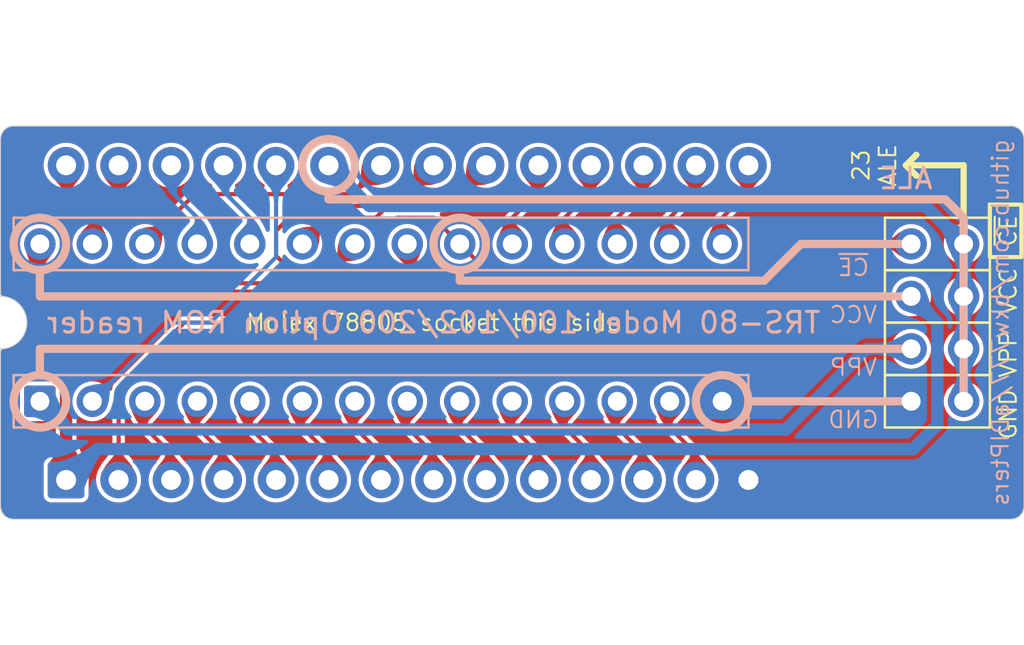
<source format=kicad_pcb>
(kicad_pcb (version 20221018) (generator pcbnew)
  (title_block (title "TRS-80 Model 100/102/200 Option ROM reader") (date "2022-12-01") (rev "004") (company "Brian K. White - b.kenyon.w@gmail.com") (comment 1 "CC-BY-SA") (comment 2 "github.com/bkw777/aDIPters"))
  (layers (0 "F.Cu" signal) (31 "B.Cu" signal) (34 "B.Paste" user) (35 "F.Paste" user) (36 "B.SilkS" user "B.Silkscreen") (37 "F.SilkS" user "F.Silkscreen") (38 "B.Mask" user) (39 "F.Mask" user) (44 "Edge.Cuts" user))
  (net 0 "")
  (net 1 "/D3")
  (net 2 "/A10")
  (net 3 "/D4")
  (net 4 "/A7")
  (net 5 "/D5")
  (net 6 "/A6")
  (net 7 "/D6")
  (net 8 "/A5")
  (net 9 "/D7")
  (net 10 "/A4")
  (net 11 "/A11")
  (net 12 "/A3")
  (net 13 "/~{OE}")
  (net 14 "/A2")
  (net 15 "/A13")
  (net 16 "/A1")
  (net 17 "/A0")
  (net 18 "/A12")
  (net 19 "/D0")
  (net 20 "/A9")
  (net 21 "/D1")
  (net 22 "/A8")
  (net 23 "/D2")
  (net 24 "/A14")
  (net 25 "/~{CE}")
  (net 26 "/VPP")
  (net 27 "VCC")
  (net 28 "/ALE{slash}~{CE}")
  (net 29 "GND")
  (footprint "000_LOCAL:Molex_78805" (layer "F.Cu") (at 148.73 100 90)
    (fp_text reference "J2" hide)
    (fp_text value "Model 100/102/200 Option ROM Socket")
    (pad "1" thru_hole roundrect (at -7.62 -16.51 90) (size 1.778 1.778) (drill 0.9652) (layers "*.Cu" "*.Mask") (roundrect_rratio 0.1) (net 27 "VCC"))
    (pad "2" thru_hole circle (at -7.62 -13.97 90) (size 1.778 1.778) (drill 0.9652) (layers "*.Cu" "*.Mask") (net 2 "/A10"))
    (pad "3" thru_hole circle (at -7.62 -11.43 90) (size 1.778 1.778) (drill 0.9652) (layers "*.Cu" "*.Mask") (net 4 "/A7"))
    (pad "4" thru_hole circle (at -7.62 -8.89 90) (size 1.778 1.778) (drill 0.9652) (layers "*.Cu" "*.Mask") (net 6 "/A6"))
    (pad "5" thru_hole circle (at -7.62 -6.35 90) (size 1.778 1.778) (drill 0.9652) (layers "*.Cu" "*.Mask") (net 8 "/A5"))
    (pad "6" thru_hole circle (at -7.62 -3.81 90) (size 1.778 1.778) (drill 0.9652) (layers "*.Cu" "*.Mask") (net 10 "/A4"))
    (pad "7" thru_hole circle (at -7.62 -1.27 90) (size 1.778 1.778) (drill 0.9652) (layers "*.Cu" "*.Mask") (net 12 "/A3"))
    (pad "8" thru_hole circle (at -7.62 1.27 90) (size 1.778 1.778) (drill 0.9652) (layers "*.Cu" "*.Mask") (net 14 "/A2"))
    (pad "9" thru_hole circle (at -7.62 3.81 90) (size 1.778 1.778) (drill 0.9652) (layers "*.Cu" "*.Mask") (net 16 "/A1"))
    (pad "10" thru_hole circle (at -7.62 6.35 90) (size 1.778 1.778) (drill 0.9652) (layers "*.Cu" "*.Mask") (net 17 "/A0"))
    (pad "11" thru_hole circle (at -7.62 8.89 90) (size 1.778 1.778) (drill 0.9652) (layers "*.Cu" "*.Mask") (net 19 "/D0"))
    (pad "12" thru_hole circle (at -7.62 11.43 90) (size 1.778 1.778) (drill 0.9652) (layers "*.Cu" "*.Mask") (net 21 "/D1"))
    (pad "13" thru_hole circle (at -7.62 13.97 90) (size 1.778 1.778) (drill 0.9652) (layers "*.Cu" "*.Mask") (net 23 "/D2"))
    (pad "14" thru_hole circle (at -7.62 16.51 90) (size 1.778 1.778) (drill 0.9652) (layers "*.Cu" "*.Mask") (net 29 "GND"))
    (pad "15" thru_hole circle (at 7.62 16.51 90) (size 1.778 1.778) (drill 0.9652) (layers "*.Cu" "*.Mask") (net 1 "/D3"))
    (pad "16" thru_hole circle (at 7.62 13.97 90) (size 1.778 1.778) (drill 0.9652) (layers "*.Cu" "*.Mask") (net 3 "/D4"))
    (pad "17" thru_hole circle (at 7.62 11.43 90) (size 1.778 1.778) (drill 0.9652) (layers "*.Cu" "*.Mask") (net 5 "/D5"))
    (pad "18" thru_hole circle (at 7.62 8.89 90) (size 1.778 1.778) (drill 0.9652) (layers "*.Cu" "*.Mask") (net 7 "/D6"))
    (pad "19" thru_hole circle (at 7.62 6.35 90) (size 1.778 1.778) (drill 0.9652) (layers "*.Cu" "*.Mask") (net 9 "/D7"))
    (pad "20" thru_hole circle (at 7.62 3.81 90) (size 1.778 1.778) (drill 0.9652) (layers "*.Cu" "*.Mask") (net 11 "/A11"))
    (pad "21" thru_hole circle (at 7.62 1.27 90) (size 1.778 1.778) (drill 0.9652) (layers "*.Cu" "*.Mask") (net 13 "/~{OE}"))
    (pad "22" thru_hole circle (at 7.62 -1.27 90) (size 1.778 1.778) (drill 0.9652) (layers "*.Cu" "*.Mask") (net 15 "/A13"))
    (pad "23" thru_hole circle (at 7.62 -3.81 90) (size 1.778 1.778) (drill 0.9652) (layers "*.Cu" "*.Mask") (net 28 "/ALE{slash}~{CE}"))
    (pad "24" thru_hole circle (at 7.62 -6.35 90) (size 1.778 1.778) (drill 0.9652) (layers "*.Cu" "*.Mask") (net 18 "/A12"))
    (pad "25" thru_hole circle (at 7.62 -8.89 90) (size 1.778 1.778) (drill 0.9652) (layers "*.Cu" "*.Mask") (net 20 "/A9"))
    (pad "26" thru_hole circle (at 7.62 -11.43 90) (size 1.778 1.778) (drill 0.9652) (layers "*.Cu" "*.Mask") (net 22 "/A8"))
    (pad "27" thru_hole circle (at 7.62 -13.97 90) (size 1.778 1.778) (drill 0.9652) (layers "*.Cu" "*.Mask") (net 25 "/~{CE}"))
    (pad "28" thru_hole circle (at 7.62 -16.51 90) (size 1.778 1.778) (drill 0.9652) (layers "*.Cu" "*.Mask") (net 24 "/A14"))
  )
  (footprint "000_LOCAL:PinHeader_1x02_P2.54mm_Vertical" (layer "F.Cu") (at 175.654 101.27 -90)
    (fp_text reference "JP2" hide)
    (fp_text value "VPP" (at 0.254 -2.159 -270 unlocked) (layer "F.SilkS") (effects (font (size 0.8 0.8) (thickness 0.1))))
    (fp_line (start -1.27 -1.27) (end -1.27 3.81) (stroke (width 0.12)) (layer "F.SilkS"))
    (fp_line (start -1.27 3.81) (end 1.27 3.81) (stroke (width 0.12)) (layer "F.SilkS"))
    (fp_line (start 1.27 -1.27) (end -1.27 -1.27) (stroke (width 0.12)) (layer "F.SilkS"))
    (fp_line (start 1.27 3.81) (end 1.27 -1.27) (stroke (width 0.12)) (layer "F.SilkS"))
    (pad "1" thru_hole circle (at 0 0 270) (size 1.524 1.524) (drill 0.9144) (layers "*.Cu" "*.Mask") (net 28 "/ALE{slash}~{CE}"))
    (pad "2" thru_hole circle (at 0 2.54 270) (size 1.524 1.524) (drill 0.9144) (layers "*.Cu" "*.Mask") (net 26 "/VPP"))
  )
  (footprint "000_LOCAL:PinHeader_1x02_P2.54mm_Vertical" (layer "F.Cu") (at 175.654 98.73 -90)
    (fp_text reference "JP3" hide)
    (fp_text value "VCC" (at -0.254 -2.159 -270 unlocked) (layer "F.SilkS") (effects (font (size 0.8 0.8) (thickness 0.1))))
    (fp_line (start -1.27 -1.27) (end -1.27 3.81) (stroke (width 0.12)) (layer "F.SilkS"))
    (fp_line (start -1.27 3.81) (end 1.27 3.81) (stroke (width 0.12)) (layer "F.SilkS"))
    (fp_line (start 1.27 -1.27) (end -1.27 -1.27) (stroke (width 0.12)) (layer "F.SilkS"))
    (fp_line (start 1.27 3.81) (end 1.27 -1.27) (stroke (width 0.12)) (layer "F.SilkS"))
    (pad "1" thru_hole circle (at 0 0 270) (size 1.524 1.524) (drill 0.9144) (layers "*.Cu" "*.Mask") (net 28 "/ALE{slash}~{CE}"))
    (pad "2" thru_hole circle (at 0 2.54 270) (size 1.524 1.524) (drill 0.9144) (layers "*.Cu" "*.Mask") (net 27 "VCC"))
  )
  (footprint "000_LOCAL:PinHeader_1x02_P2.54mm_Vertical_shorted" (layer "F.Cu") (at 175.654 96.19 -90)
    (fp_text reference "JP4" hide)
    (fp_text value "~{CE}" (at -0.635 -2.159 -270) (layer "F.SilkS") (effects (font (size 0.8 0.8) (thickness 0.1))))
    (fp_line (start -1.27 -1.27) (end -1.27 3.81) (stroke (width 0.12)) (layer "F.SilkS"))
    (fp_line (start -1.27 3.81) (end 1.27 3.81) (stroke (width 0.12)) (layer "F.SilkS"))
    (fp_line (start 1.27 -1.27) (end -1.27 -1.27) (stroke (width 0.12)) (layer "F.SilkS"))
    (fp_line (start 1.27 3.81) (end 1.27 -1.27) (stroke (width 0.12)) (layer "F.SilkS"))
    (pad "1" thru_hole circle (at 0 0 270) (size 1.524 1.524) (drill 0.9144) (layers "*.Cu" "*.Mask") (net 28 "/ALE{slash}~{CE}"))
    (pad "2" thru_hole circle (at 0 2.54 270) (size 1.524 1.524) (drill 0.9144) (layers "*.Cu" "*.Mask") (net 25 "/~{CE}"))
  )
  (footprint "000_LOCAL:PinHeader_1x02_P2.54mm_Vertical" (layer "F.Cu") (at 175.654 103.81 -90)
    (fp_text reference "JP1" hide)
    (fp_text value "GND" (at 0.635 -2.159 -270 unlocked) (layer "F.SilkS") (effects (font (size 0.8 0.8) (thickness 0.1))))
    (fp_line (start -1.27 -1.27) (end -1.27 3.81) (stroke (width 0.12)) (layer "F.SilkS"))
    (fp_line (start -1.27 3.81) (end 1.27 3.81) (stroke (width 0.12)) (layer "F.SilkS"))
    (fp_line (start 1.27 -1.27) (end -1.27 -1.27) (stroke (width 0.12)) (layer "F.SilkS"))
    (fp_line (start 1.27 3.81) (end 1.27 -1.27) (stroke (width 0.12)) (layer "F.SilkS"))
    (pad "1" thru_hole circle (at 0 0 270) (size 1.524 1.524) (drill 0.9144) (layers "*.Cu" "*.Mask") (net 28 "/ALE{slash}~{CE}"))
    (pad "2" thru_hole circle (at 0 2.54 270) (size 1.524 1.524) (drill 0.9144) (layers "*.Cu" "*.Mask") (net 29 "GND"))
  )
  (footprint "000_LOCAL:2x28_0.3_0.1_pins" (layer "F.Cu") (at 147.46 100 90)
    (fp_text reference "J1" hide)
    (fp_text value "27C256 pinout to programmer")
    (pad "1" thru_hole roundrect (at -3.81 -16.51 90) (size 1.524 1.524) (drill 0.9144) (layers "*.Cu" "*.Mask") (roundrect_rratio 0.1) (net 26 "/VPP"))
    (pad "2" thru_hole circle (at -3.81 -13.97 90) (size 1.524 1.524) (drill 0.9144) (layers "*.Cu" "*.Mask") (net 18 "/A12"))
    (pad "3" thru_hole circle (at -3.81 -11.43 90) (size 1.524 1.524) (drill 0.9144) (layers "*.Cu" "*.Mask") (net 4 "/A7"))
    (pad "4" thru_hole circle (at -3.81 -8.89 90) (size 1.524 1.524) (drill 0.9144) (layers "*.Cu" "*.Mask") (net 6 "/A6"))
    (pad "5" thru_hole circle (at -3.81 -6.35 90) (size 1.524 1.524) (drill 0.9144) (layers "*.Cu" "*.Mask") (net 8 "/A5"))
    (pad "6" thru_hole circle (at -3.81 -3.81 90) (size 1.524 1.524) (drill 0.9144) (layers "*.Cu" "*.Mask") (net 10 "/A4"))
    (pad "7" thru_hole circle (at -3.81 -1.27 90) (size 1.524 1.524) (drill 0.9144) (layers "*.Cu" "*.Mask") (net 12 "/A3"))
    (pad "8" thru_hole circle (at -3.81 1.27 90) (size 1.524 1.524) (drill 0.9144) (layers "*.Cu" "*.Mask") (net 14 "/A2"))
    (pad "9" thru_hole circle (at -3.81 3.81 90) (size 1.524 1.524) (drill 0.9144) (layers "*.Cu" "*.Mask") (net 16 "/A1"))
    (pad "10" thru_hole circle (at -3.81 6.35 90) (size 1.524 1.524) (drill 0.9144) (layers "*.Cu" "*.Mask") (net 17 "/A0"))
    (pad "11" thru_hole circle (at -3.81 8.89 90) (size 1.524 1.524) (drill 0.9144) (layers "*.Cu" "*.Mask") (net 19 "/D0"))
    (pad "12" thru_hole circle (at -3.81 11.43 90) (size 1.524 1.524) (drill 0.9144) (layers "*.Cu" "*.Mask") (net 21 "/D1"))
    (pad "13" thru_hole circle (at -3.81 13.97 90) (size 1.524 1.524) (drill 0.9144) (layers "*.Cu" "*.Mask") (net 23 "/D2"))
    (pad "14" thru_hole circle (at -3.81 16.51 90) (size 1.524 1.524) (drill 0.9144) (layers "*.Cu" "*.Mask") (net 29 "GND"))
    (pad "15" thru_hole circle (at 3.81 16.51 90) (size 1.524 1.524) (drill 0.9144) (layers "*.Cu" "*.Mask") (net 1 "/D3"))
    (pad "16" thru_hole circle (at 3.81 13.97 90) (size 1.524 1.524) (drill 0.9144) (layers "*.Cu" "*.Mask") (net 3 "/D4"))
    (pad "17" thru_hole circle (at 3.81 11.43 90) (size 1.524 1.524) (drill 0.9144) (layers "*.Cu" "*.Mask") (net 5 "/D5"))
    (pad "18" thru_hole circle (at 3.81 8.89 90) (size 1.524 1.524) (drill 0.9144) (layers "*.Cu" "*.Mask") (net 7 "/D6"))
    (pad "19" thru_hole circle (at 3.81 6.35 90) (size 1.524 1.524) (drill 0.9144) (layers "*.Cu" "*.Mask") (net 9 "/D7"))
    (pad "20" thru_hole circle (at 3.81 3.81 90) (size 1.524 1.524) (drill 0.9144) (layers "*.Cu" "*.Mask") (net 25 "/~{CE}"))
    (pad "21" thru_hole circle (at 3.81 1.27 90) (size 1.524 1.524) (drill 0.9144) (layers "*.Cu" "*.Mask") (net 2 "/A10"))
    (pad "22" thru_hole circle (at 3.81 -1.27 90) (size 1.524 1.524) (drill 0.9144) (layers "*.Cu" "*.Mask") (net 13 "/~{OE}"))
    (pad "23" thru_hole circle (at 3.81 -3.81 90) (size 1.524 1.524) (drill 0.9144) (layers "*.Cu" "*.Mask") (net 11 "/A11"))
    (pad "24" thru_hole circle (at 3.81 -6.35 90) (size 1.524 1.524) (drill 0.9144) (layers "*.Cu" "*.Mask") (net 20 "/A9"))
    (pad "25" thru_hole circle (at 3.81 -8.89 90) (size 1.524 1.524) (drill 0.9144) (layers "*.Cu" "*.Mask") (net 22 "/A8"))
    (pad "26" thru_hole circle (at 3.81 -11.43 90) (size 1.524 1.524) (drill 0.9144) (layers "*.Cu" "*.Mask") (net 15 "/A13"))
    (pad "27" thru_hole circle (at 3.81 -13.97 90) (size 1.524 1.524) (drill 0.9144) (layers "*.Cu" "*.Mask") (net 24 "/A14"))
    (pad "28" thru_hole circle (at 3.81 -16.51 90) (size 1.524 1.524) (drill 0.9144) (layers "*.Cu" "*.Mask") (net 27 "VCC"))
  )
  (gr_line (start 129.68 97.46) (end 129.68 94.92) (stroke (width 0.12)) (layer "B.SilkS"))
  (gr_line (start 129.68 105.08) (end 129.68 102.54) (stroke (width 0.12)) (layer "B.SilkS"))
  (gr_line (start 144.92 94.031) (end 144.92 93.65) (stroke (width 0.4)) (layer "B.SilkS"))
  (gr_circle (center 144.92 92.38) (end 144.92 91.11) (stroke (width 0.4)) (fill none) (layer "B.SilkS"))
  (gr_line (start 173.114 103.81) (end 165.24 103.81) (stroke (width 0.4)) (layer "B.SilkS"))
  (gr_line (start 130.95 97.46) (end 130.95 98.73) (stroke (width 0.4)) (layer "B.SilkS"))
  (gr_line (start 130.95 102.54) (end 130.95 101.27) (stroke (width 0.4)) (layer "B.SilkS"))
  (gr_line (start 175.654 94.92) (end 174.765 94.031) (stroke (width 0.4)) (layer "B.SilkS"))
  (gr_line (start 174.765 94.031) (end 144.92 94.031) (stroke (width 0.4)) (layer "B.SilkS"))
  (gr_circle (center 130.95 96.19) (end 130.95 94.92) (stroke (width 0.4)) (fill none) (layer "B.SilkS"))
  (gr_line (start 166.002 97.968) (end 151.27 97.968) (stroke (width 0.4)) (layer "B.SilkS"))
  (gr_line (start 129.68 102.54) (end 165.24 102.54) (stroke (width 0.12)) (layer "B.SilkS"))
  (gr_line (start 175.654 103.81) (end 175.654 94.92) (stroke (width 0.4)) (layer "B.SilkS"))
  (gr_line (start 165.24 105.08) (end 129.68 105.08) (stroke (width 0.12)) (layer "B.SilkS"))
  (gr_line (start 165.24 97.46) (end 129.68 97.46) (stroke (width 0.12)) (layer "B.SilkS"))
  (gr_line (start 167.78 96.19) (end 173.114 96.19) (stroke (width 0.4)) (layer "B.SilkS"))
  (gr_circle (center 130.95 103.81) (end 130.95 102.54) (stroke (width 0.4)) (fill none) (layer "B.SilkS"))
  (gr_line (start 173.114 98.73) (end 130.95 98.73) (stroke (width 0.4)) (layer "B.SilkS"))
  (gr_line (start 165.24 94.92) (end 165.24 97.46) (stroke (width 0.12)) (layer "B.SilkS"))
  (gr_line (start 167.78 96.19) (end 166.002 97.968) (stroke (width 0.4)) (layer "B.SilkS"))
  (gr_circle (center 163.97 103.81) (end 163.97 102.54) (stroke (width 0.4)) (fill none) (layer "B.SilkS"))
  (gr_line (start 151.27 97.968) (end 151.27 97.46) (stroke (width 0.4)) (layer "B.SilkS"))
  (gr_circle (center 151.27 96.19) (end 151.27 94.92) (stroke (width 0.4)) (fill none) (layer "B.SilkS"))
  (gr_line (start 129.68 94.92) (end 165.24 94.92) (stroke (width 0.12)) (layer "B.SilkS"))
  (gr_line (start 165.24 102.54) (end 165.24 105.08) (stroke (width 0.12)) (layer "B.SilkS"))
  (gr_line (start 173.114 101.27) (end 130.95 101.27) (stroke (width 0.4)) (layer "B.SilkS"))
  (gr_line (start 172.86 92.38) (end 173.368 91.872) (stroke (width 0.3)) (layer "F.SilkS"))
  (gr_line (start 175.654 94.92) (end 175.654 92.38) (stroke (width 0.3)) (layer "F.SilkS"))
  (gr_line (start 172.86 92.38) (end 173.368 92.888) (stroke (width 0.3)) (layer "F.SilkS"))
  (gr_line (start 175.654 92.38) (end 172.86 92.38) (stroke (width 0.3)) (layer "F.SilkS"))
  (gr_rect (start 176.924 94.285) (end 178.448 96.825) (stroke (width 0.2)) (fill none) (layer "F.SilkS"))
  (gr_line (start 129.68 90.475) (end 177.94 90.475) (stroke (width 0.05)) (layer "Edge.Cuts"))
  (gr_line (start 177.94 109.525) (end 129.68 109.525) (stroke (width 0.05)) (layer "Edge.Cuts"))
  (gr_arc (start 129.045 91.11) (mid 129.230987 90.660987) (end 129.68 90.475) (stroke (width 0.05)) (layer "Edge.Cuts"))
  (gr_arc (start 129.045 98.73) (mid 130.315 100) (end 129.045 101.27) (stroke (width 0.05)) (layer "Edge.Cuts"))
  (gr_arc (start 129.68 109.525) (mid 129.230987 109.339013) (end 129.045 108.89) (stroke (width 0.05)) (layer "Edge.Cuts"))
  (gr_arc (start 178.575 108.89) (mid 178.389013 109.339013) (end 177.94 109.525) (stroke (width 0.05)) (layer "Edge.Cuts"))
  (gr_line (start 129.045 98.73) (end 129.045 91.11) (stroke (width 0.05)) (layer "Edge.Cuts"))
  (gr_line (start 129.045 101.27) (end 129.045 108.89) (stroke (width 0.05)) (layer "Edge.Cuts"))
  (gr_arc (start 177.94 90.475) (mid 178.389013 90.660987) (end 178.575 91.11) (stroke (width 0.05)) (layer "Edge.Cuts"))
  (gr_line (start 178.575 108.89) (end 178.575 91.11) (stroke (width 0.05)) (layer "Edge.Cuts"))
  (gr_text "${TITLE}" (at 150 100) (layer "B.SilkS") (effects (font (size 1 1)) (justify mirror)))
  (gr_text "~{CE}" (at 170.32 97.333) (layer "B.SilkS") (effects (font (size 0.8 0.8) (thickness 0.1)) (justify mirror)))
  (gr_text "VPP" (at 170.32 102.159) (layer "B.SilkS") (effects (font (size 0.8 0.8) (thickness 0.1)) (justify mirror)))
  (gr_text "VCC" (at 170.32 99.619) (layer "B.SilkS") (effects (font (size 0.8 0.8) (thickness 0.1)) (justify mirror)))
  (gr_text "GND" (at 170.32 104.699) (layer "B.SilkS") (effects (font (size 0.8 0.8) (thickness 0.1)) (justify mirror)))
  (gr_text "${COMMENT2}" (at 177.432 100 90) (layer "B.SilkS") (effects (font (size 0.8 0.8) (thickness 0.1)) (justify mirror)))
  (gr_text "ALE" (at 172.86 93.015) (layer "B.SilkS") (effects (font (size 1 1)) (justify mirror)))
  (gr_text "Molex 78805 socket this side" (at 150 100) (layer "F.SilkS") (effects (font (size 0.8 0.8) (thickness 0.1))))
  (gr_text "23\nALE" (at 171.336 92.38 90) (layer "F.SilkS") (effects (font (size 0.8 0.8) (thickness 0.1))))
  (segment (start 163.97 96.19) (end 163.97 94.92) (width 0.2) (layer "F.Cu") (net 1))
  (segment (start 163.97 94.92) (end 165.24 93.65) (width 0.2) (layer "F.Cu") (net 1))
  (segment (start 165.24 93.65) (end 165.24 92.38) (width 0.2) (layer "F.Cu") (net 1))
  (segment (start 146.19 100) (end 148.73 97.46) (width 0.2) (layer "F.Cu") (net 2))
  (segment (start 134.76 103.175) (end 137.935 100) (width 0.2) (layer "F.Cu") (net 2))
  (segment (start 134.76 107.62) (end 134.76 103.175) (width 0.2) (layer "F.Cu") (net 2))
  (segment (start 148.73 97.46) (end 148.73 96.19) (width 0.2) (layer "F.Cu") (net 2))
  (segment (start 137.935 100) (end 146.19 100) (width 0.2) (layer "F.Cu") (net 2))
  (segment (start 161.43 94.92) (end 162.7 93.65) (width 0.2) (layer "F.Cu") (net 3))
  (segment (start 162.7 93.65) (end 162.7 92.38) (width 0.2) (layer "F.Cu") (net 3))
  (segment (start 161.43 96.19) (end 161.43 94.92) (width 0.2) (layer "F.Cu") (net 3))
  (segment (start 137.3 107.62) (end 137.3 106.35) (width 0.2) (layer "F.Cu") (net 4))
  (segment (start 136.03 105.08) (end 136.03 103.81) (width 0.2) (layer "F.Cu") (net 4))
  (segment (start 137.3 106.35) (end 136.03 105.08) (width 0.2) (layer "F.Cu") (net 4))
  (segment (start 160.16 93.65) (end 160.16 92.38) (width 0.2) (layer "F.Cu") (net 5))
  (segment (start 158.89 96.19) (end 158.89 94.92) (width 0.2) (layer "F.Cu") (net 5))
  (segment (start 158.89 94.92) (end 160.16 93.65) (width 0.2) (layer "F.Cu") (net 5))
  (segment (start 139.84 107.62) (end 139.84 106.35) (width 0.2) (layer "F.Cu") (net 6))
  (segment (start 139.84 106.35) (end 138.57 105.08) (width 0.2) (layer "F.Cu") (net 6))
  (segment (start 138.57 105.08) (end 138.57 103.81) (width 0.2) (layer "F.Cu") (net 6))
  (segment (start 157.62 93.65) (end 157.62 92.38) (width 0.2) (layer "F.Cu") (net 7))
  (segment (start 156.35 96.19) (end 156.35 94.92) (width 0.2) (layer "F.Cu") (net 7))
  (segment (start 156.35 94.92) (end 157.62 93.65) (width 0.2) (layer "F.Cu") (net 7))
  (segment (start 142.38 106.35) (end 141.11 105.08) (width 0.2) (layer "F.Cu") (net 8))
  (segment (start 141.11 105.08) (end 141.11 103.81) (width 0.2) (layer "F.Cu") (net 8))
  (segment (start 142.38 107.62) (end 142.38 106.35) (width 0.2) (layer "F.Cu") (net 8))
  (segment (start 155.08 93.65) (end 155.08 92.38) (width 0.2) (layer "F.Cu") (net 9))
  (segment (start 153.81 94.92) (end 155.08 93.65) (width 0.2) (layer "F.Cu") (net 9))
  (segment (start 153.81 96.19) (end 153.81 94.92) (width 0.2) (layer "F.Cu") (net 9))
  (segment (start 144.92 106.35) (end 143.65 105.08) (width 0.2) (layer "F.Cu") (net 10))
  (segment (start 144.92 107.62) (end 144.92 106.35) (width 0.2) (layer "F.Cu") (net 10))
  (segment (start 143.65 105.08) (end 143.65 103.81) (width 0.2) (layer "F.Cu") (net 10))
  (segment (start 147.7775 94.3485) (end 150.5715 94.3485) (width 0.2) (layer "F.Cu") (net 11))
  (segment (start 150.5715 94.3485) (end 152.54 92.38) (width 0.2) (layer "F.Cu") (net 11))
  (segment (start 147.206 94.92) (end 147.7775 94.3485) (width 0.2) (layer "F.Cu") (net 11))
  (segment (start 143.65 96.19) (end 144.92 94.92) (width 0.2) (layer "F.Cu") (net 11))
  (segment (start 144.92 94.92) (end 147.206 94.92) (width 0.2) (layer "F.Cu") (net 11))
  (segment (start 147.46 107.62) (end 147.46 106.35) (width 0.2) (layer "F.Cu") (net 12))
  (segment (start 147.46 106.35) (end 146.19 105.08) (width 0.2) (layer "F.Cu") (net 12))
  (segment (start 146.19 105.08) (end 146.19 103.81) (width 0.2) (layer "F.Cu") (net 12))
  (segment (start 148.603 93.777) (end 147.3965 93.777) (width 0.2) (layer "F.Cu") (net 13))
  (segment (start 143.5865 94.3485) (end 142.38 95.555) (width 0.2) (layer "F.Cu") (net 13))
  (segment (start 142.38 95.555) (end 142.38 96.7615) (width 0.2) (layer "F.Cu") (net 13))
  (segment (start 147.3965 93.777) (end 146.825 94.3485) (width 0.2) (layer "F.Cu") (net 13))
  (segment (start 146.825 94.3485) (end 143.5865 94.3485) (width 0.2) (layer "F.Cu") (net 13))
  (segment (start 143.0785 97.46) (end 144.92 97.46) (width 0.2) (layer "F.Cu") (net 13))
  (segment (start 142.38 96.7615) (end 143.0785 97.46) (width 0.2) (layer "F.Cu") (net 13))
  (segment (start 150 92.38) (end 148.603 93.777) (width 0.2) (layer "F.Cu") (net 13))
  (segment (start 144.92 97.46) (end 146.19 96.19) (width 0.2) (layer "F.Cu") (net 13))
  (segment (start 150 106.35) (end 148.73 105.08) (width 0.2) (layer "F.Cu") (net 14))
  (segment (start 148.73 105.08) (end 148.73 103.81) (width 0.2) (layer "F.Cu") (net 14))
  (segment (start 150 107.62) (end 150 106.35) (width 0.2) (layer "F.Cu") (net 14))
  (segment (start 138.443 93.777) (end 136.03 96.19) (width 0.2) (layer "F.Cu") (net 15))
  (segment (start 146.063 93.777) (end 138.443 93.777) (width 0.2) (layer "F.Cu") (net 15))
  (segment (start 147.46 92.38) (end 146.063 93.777) (width 0.2) (layer "F.Cu") (net 15))
  (segment (start 151.27 105.08) (end 151.27 103.81) (width 0.2) (layer "F.Cu") (net 16))
  (segment (start 152.54 107.62) (end 152.54 106.35) (width 0.2) (layer "F.Cu") (net 16))
  (segment (start 152.54 106.35) (end 151.27 105.08) (width 0.2) (layer "F.Cu") (net 16))
  (segment (start 155.08 107.62) (end 155.08 106.35) (width 0.2) (layer "F.Cu") (net 17))
  (segment (start 155.08 106.35) (end 153.81 105.08) (width 0.2) (layer "F.Cu") (net 17))
  (segment (start 153.81 105.08) (end 153.81 103.81) (width 0.2) (layer "F.Cu") (net 17))
  (segment (start 139.205 100) (end 142.38 96.825) (width 0.2) (layer "B.Cu") (net 18))
  (segment (start 142.38 96.825) (end 142.38 92.38) (width 0.2) (layer "B.Cu") (net 18))
  (segment (start 133.49 103.81) (end 137.3 100) (width 0.2) (layer "B.Cu") (net 18))
  (segment (start 137.3 100) (end 139.205 100) (width 0.2) (layer "B.Cu") (net 18))
  (segment (start 157.62 107.62) (end 157.62 106.35) (width 0.2) (layer "F.Cu") (net 19))
  (segment (start 156.35 105.08) (end 156.35 103.81) (width 0.2) (layer "F.Cu") (net 19))
  (segment (start 157.62 106.35) (end 156.35 105.08) (width 0.2) (layer "F.Cu") (net 19))
  (segment (start 139.84 92.38) (end 139.84 93.65) (width 0.2) (layer "B.Cu") (net 20))
  (segment (start 139.84 93.65) (end 141.11 94.92) (width 0.2) (layer "B.Cu") (net 20))
  (segment (start 141.11 94.92) (end 141.11 96.19) (width 0.2) (layer "B.Cu") (net 20))
  (segment (start 160.16 107.62) (end 160.16 106.35) (width 0.2) (layer "F.Cu") (net 21))
  (segment (start 160.16 106.35) (end 158.89 105.08) (width 0.2) (layer "F.Cu") (net 21))
  (segment (start 158.89 105.08) (end 158.89 103.81) (width 0.2) (layer "F.Cu") (net 21))
  (segment (start 137.3 92.38) (end 137.3 93.65) (width 0.2) (layer "B.Cu") (net 22))
  (segment (start 137.3 93.65) (end 138.57 94.92) (width 0.2) (layer "B.Cu") (net 22))
  (segment (start 138.57 94.92) (end 138.57 96.19) (width 0.2) (layer "B.Cu") (net 22))
  (segment (start 162.7 106.35) (end 161.43 105.08) (width 0.2) (layer "F.Cu") (net 23))
  (segment (start 162.7 107.62) (end 162.7 106.35) (width 0.2) (layer "F.Cu") (net 23))
  (segment (start 161.43 105.08) (end 161.43 103.81) (width 0.2) (layer "F.Cu") (net 23))
  (segment (start 133.49 94.92) (end 133.49 96.19) (width 0.2) (layer "F.Cu") (net 24))
  (segment (start 132.22 93.65) (end 133.49 94.92) (width 0.2) (layer "F.Cu") (net 24))
  (segment (start 132.22 92.38) (end 132.22 93.65) (width 0.2) (layer "F.Cu") (net 24))
  (segment (start 134.76 92.38) (end 134.76 96.825) (width 0.2) (layer "F.Cu") (net 25))
  (segment (start 147.46 95.682) (end 148.222 94.92) (width 0.2) (layer "F.Cu") (net 25))
  (segment (start 146.118563 98.095) (end 147.46 96.753563) (width 0.2) (layer "F.Cu") (net 25))
  (segment (start 169.685 98.095) (end 171.59 96.19) (width 0.2) (layer "F.Cu") (net 25))
  (segment (start 171.59 96.19) (end 173.114 96.19) (width 0.2) (layer "F.Cu") (net 25))
  (segment (start 136.03 98.095) (end 146.118563 98.095) (width 0.2) (layer "F.Cu") (net 25))
  (segment (start 153.175 98.095) (end 169.685 98.095) (width 0.2) (layer "F.Cu") (net 25))
  (segment (start 147.46 96.753563) (end 147.46 95.682) (width 0.2) (layer "F.Cu") (net 25))
  (segment (start 150 94.92) (end 153.175 98.095) (width 0.2) (layer "F.Cu") (net 25))
  (segment (start 134.76 96.825) (end 136.03 98.095) (width 0.2) (layer "F.Cu") (net 25))
  (segment (start 148.222 94.92) (end 150 94.92) (width 0.2) (layer "F.Cu") (net 25))
  (segment (start 130.95 103.81) (end 132.315 105.175) (width 0.6) (layer "B.Cu") (net 26))
  (segment (start 170.955 101.27) (end 173.114 101.27) (width 0.6) (layer "B.Cu") (net 26))
  (segment (start 132.315 105.175) (end 167.05 105.175) (width 0.6) (layer "B.Cu") (net 26))
  (segment (start 167.05 105.175) (end 170.955 101.27) (width 0.6) (layer "B.Cu") (net 26))
  (segment (start 132.22 98.73) (end 130.95 97.46) (width 0.6) (layer "F.Cu") (net 27))
  (segment (start 132.22 107.62) (end 132.22 98.73) (width 0.6) (layer "F.Cu") (net 27))
  (segment (start 130.95 97.46) (end 130.95 96.19) (width 0.6) (layer "F.Cu") (net 27))
  (segment (start 133.715 106.125) (end 132.22 107.62) (width 0.6) (layer "B.Cu") (net 27))
  (segment (start 173.114 98.73) (end 174.384 100) (width 0.6) (layer "B.Cu") (net 27))
  (segment (start 173.212 106.125) (end 133.715 106.125) (width 0.6) (layer "B.Cu") (net 27))
  (segment (start 174.384 104.953) (end 173.212 106.125) (width 0.6) (layer "B.Cu") (net 27))
  (segment (start 174.384 100) (end 174.384 104.953) (width 0.6) (layer "B.Cu") (net 27))
  (segment (start 173.8125 94.3485) (end 146.8885 94.3485) (width 0.6) (layer "B.Cu") (net 28))
  (segment (start 175.654 96.19) (end 175.654 98.73) (width 0.6) (layer "B.Cu") (net 28))
  (segment (start 175.654 96.19) (end 173.8125 94.3485) (width 0.6) (layer "B.Cu") (net 28))
  (segment (start 175.654 101.27) (end 175.654 103.81) (width 0.6) (layer "B.Cu") (net 28))
  (segment (start 146.8885 94.3485) (end 144.92 92.38) (width 0.6) (layer "B.Cu") (net 28))
  (segment (start 175.654 98.73) (end 175.654 101.27) (width 0.6) (layer "B.Cu") (net 28))
  (zone (net 29) (net_name "GND") (layer "F.Cu") (connect_pads yes (clearance 0.2)) (min_thickness 0.2) (fill yes (thermal_gap 0.508) (thermal_bridge_width 0.508))
    (polygon (pts (xy 178.575 90.475) (xy 178.575 109.525) (xy 129.045 109.525) (xy 129.045 90.475)))
  )
  (zone (net 29) (net_name "GND") (layer "B.Cu") (connect_pads yes (clearance 0.2)) (min_thickness 0.2) (fill yes (thermal_gap 0.508) (thermal_bridge_width 0.508))
    (polygon (pts (xy 178.575 90.475) (xy 178.575 109.525) (xy 129.045 109.525) (xy 129.045 90.475)))
  )
)
</source>
